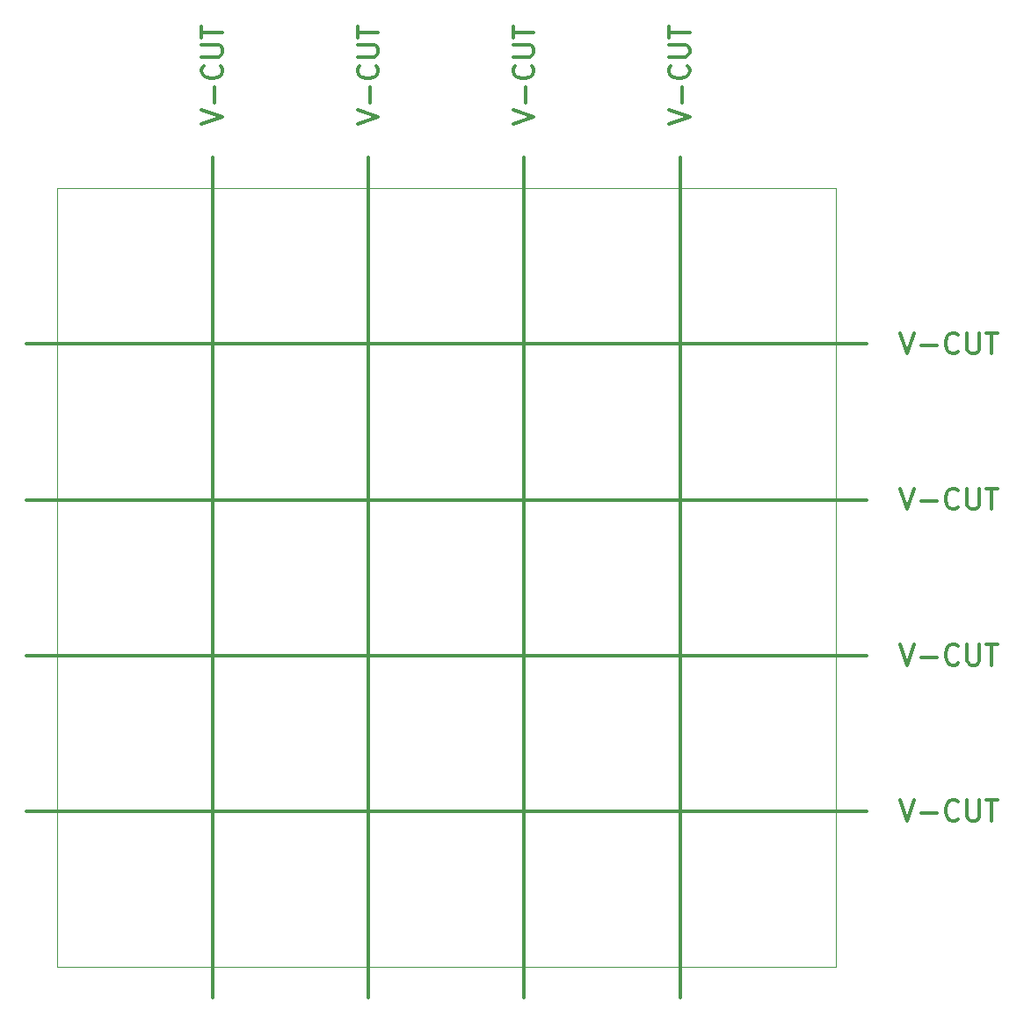
<source format=gbr>
%TF.GenerationSoftware,KiCad,Pcbnew,7.0.1*%
%TF.CreationDate,2025-01-26T23:07:24-05:00*%
%TF.ProjectId,TrackNodeAccel-panel,54726163-6b4e-46f6-9465-416363656c2d,rev?*%
%TF.SameCoordinates,Original*%
%TF.FileFunction,Profile,NP*%
%FSLAX46Y46*%
G04 Gerber Fmt 4.6, Leading zero omitted, Abs format (unit mm)*
G04 Created by KiCad (PCBNEW 7.0.1) date 2025-01-26 23:07:24*
%MOMM*%
%LPD*%
G01*
G04 APERTURE LIST*
%TA.AperFunction,Profile*%
%ADD10C,0.300000*%
%TD*%
%TA.AperFunction,Profile*%
%ADD11C,0.100000*%
%TD*%
%ADD12C,0.300000*%
G04 APERTURE END LIST*
D10*
X141000000Y-17000000D02*
X141000000Y-98000000D01*
D11*
X185987727Y-20000000D02*
X111012272Y-20000000D01*
D10*
X156000000Y-17000000D02*
X156000000Y-98000000D01*
D11*
X111000270Y-20001245D02*
X111000000Y-20012247D01*
X111012272Y-95000000D02*
X185987727Y-95000000D01*
D10*
X108000000Y-35000000D02*
X189000000Y-35000000D01*
X108000000Y-80000000D02*
X189000000Y-80000000D01*
D11*
X185999999Y-20012247D02*
X185999729Y-20001245D01*
X185999729Y-94998754D02*
X185999999Y-94987752D01*
X186000000Y-94987727D02*
X186000000Y-20012272D01*
X111000000Y-94987752D02*
X111000270Y-94998754D01*
X185987752Y-94999999D02*
X185998754Y-94999729D01*
D10*
X108000000Y-65000000D02*
X189000000Y-65000000D01*
D11*
X111000000Y-20012272D02*
X111000000Y-94987727D01*
D10*
X171000000Y-17000000D02*
X171000000Y-98000000D01*
D11*
X111012247Y-20000000D02*
X111001245Y-20000270D01*
X185998754Y-20000270D02*
X185987752Y-20000000D01*
X111001245Y-94999729D02*
X111012247Y-94999999D01*
D10*
X108000000Y-50000000D02*
X189000000Y-50000000D01*
X126000000Y-17000000D02*
X126000000Y-98000000D01*
D12*
X124925238Y-13809523D02*
X126925238Y-13142857D01*
X126925238Y-13142857D02*
X124925238Y-12476190D01*
X126163333Y-11809523D02*
X126163333Y-10285714D01*
X126734761Y-8190476D02*
X126830000Y-8285714D01*
X126830000Y-8285714D02*
X126925238Y-8571428D01*
X126925238Y-8571428D02*
X126925238Y-8761904D01*
X126925238Y-8761904D02*
X126830000Y-9047619D01*
X126830000Y-9047619D02*
X126639523Y-9238095D01*
X126639523Y-9238095D02*
X126449047Y-9333333D01*
X126449047Y-9333333D02*
X126068095Y-9428571D01*
X126068095Y-9428571D02*
X125782380Y-9428571D01*
X125782380Y-9428571D02*
X125401428Y-9333333D01*
X125401428Y-9333333D02*
X125210952Y-9238095D01*
X125210952Y-9238095D02*
X125020476Y-9047619D01*
X125020476Y-9047619D02*
X124925238Y-8761904D01*
X124925238Y-8761904D02*
X124925238Y-8571428D01*
X124925238Y-8571428D02*
X125020476Y-8285714D01*
X125020476Y-8285714D02*
X125115714Y-8190476D01*
X124925238Y-7333333D02*
X126544285Y-7333333D01*
X126544285Y-7333333D02*
X126734761Y-7238095D01*
X126734761Y-7238095D02*
X126830000Y-7142857D01*
X126830000Y-7142857D02*
X126925238Y-6952381D01*
X126925238Y-6952381D02*
X126925238Y-6571428D01*
X126925238Y-6571428D02*
X126830000Y-6380952D01*
X126830000Y-6380952D02*
X126734761Y-6285714D01*
X126734761Y-6285714D02*
X126544285Y-6190476D01*
X126544285Y-6190476D02*
X124925238Y-6190476D01*
X124925238Y-5523809D02*
X124925238Y-4380952D01*
X126925238Y-4952381D02*
X124925238Y-4952381D01*
X154925238Y-13809523D02*
X156925238Y-13142857D01*
X156925238Y-13142857D02*
X154925238Y-12476190D01*
X156163333Y-11809523D02*
X156163333Y-10285714D01*
X156734761Y-8190476D02*
X156830000Y-8285714D01*
X156830000Y-8285714D02*
X156925238Y-8571428D01*
X156925238Y-8571428D02*
X156925238Y-8761904D01*
X156925238Y-8761904D02*
X156830000Y-9047619D01*
X156830000Y-9047619D02*
X156639523Y-9238095D01*
X156639523Y-9238095D02*
X156449047Y-9333333D01*
X156449047Y-9333333D02*
X156068095Y-9428571D01*
X156068095Y-9428571D02*
X155782380Y-9428571D01*
X155782380Y-9428571D02*
X155401428Y-9333333D01*
X155401428Y-9333333D02*
X155210952Y-9238095D01*
X155210952Y-9238095D02*
X155020476Y-9047619D01*
X155020476Y-9047619D02*
X154925238Y-8761904D01*
X154925238Y-8761904D02*
X154925238Y-8571428D01*
X154925238Y-8571428D02*
X155020476Y-8285714D01*
X155020476Y-8285714D02*
X155115714Y-8190476D01*
X154925238Y-7333333D02*
X156544285Y-7333333D01*
X156544285Y-7333333D02*
X156734761Y-7238095D01*
X156734761Y-7238095D02*
X156830000Y-7142857D01*
X156830000Y-7142857D02*
X156925238Y-6952381D01*
X156925238Y-6952381D02*
X156925238Y-6571428D01*
X156925238Y-6571428D02*
X156830000Y-6380952D01*
X156830000Y-6380952D02*
X156734761Y-6285714D01*
X156734761Y-6285714D02*
X156544285Y-6190476D01*
X156544285Y-6190476D02*
X154925238Y-6190476D01*
X154925238Y-5523809D02*
X154925238Y-4380952D01*
X156925238Y-4952381D02*
X154925238Y-4952381D01*
X192190476Y-48925238D02*
X192857142Y-50925238D01*
X192857142Y-50925238D02*
X193523809Y-48925238D01*
X194190476Y-50163333D02*
X195714286Y-50163333D01*
X197809523Y-50734761D02*
X197714285Y-50830000D01*
X197714285Y-50830000D02*
X197428571Y-50925238D01*
X197428571Y-50925238D02*
X197238095Y-50925238D01*
X197238095Y-50925238D02*
X196952380Y-50830000D01*
X196952380Y-50830000D02*
X196761904Y-50639523D01*
X196761904Y-50639523D02*
X196666666Y-50449047D01*
X196666666Y-50449047D02*
X196571428Y-50068095D01*
X196571428Y-50068095D02*
X196571428Y-49782380D01*
X196571428Y-49782380D02*
X196666666Y-49401428D01*
X196666666Y-49401428D02*
X196761904Y-49210952D01*
X196761904Y-49210952D02*
X196952380Y-49020476D01*
X196952380Y-49020476D02*
X197238095Y-48925238D01*
X197238095Y-48925238D02*
X197428571Y-48925238D01*
X197428571Y-48925238D02*
X197714285Y-49020476D01*
X197714285Y-49020476D02*
X197809523Y-49115714D01*
X198666666Y-48925238D02*
X198666666Y-50544285D01*
X198666666Y-50544285D02*
X198761904Y-50734761D01*
X198761904Y-50734761D02*
X198857142Y-50830000D01*
X198857142Y-50830000D02*
X199047618Y-50925238D01*
X199047618Y-50925238D02*
X199428571Y-50925238D01*
X199428571Y-50925238D02*
X199619047Y-50830000D01*
X199619047Y-50830000D02*
X199714285Y-50734761D01*
X199714285Y-50734761D02*
X199809523Y-50544285D01*
X199809523Y-50544285D02*
X199809523Y-48925238D01*
X200476190Y-48925238D02*
X201619047Y-48925238D01*
X201047618Y-50925238D02*
X201047618Y-48925238D01*
X192190476Y-63925238D02*
X192857142Y-65925238D01*
X192857142Y-65925238D02*
X193523809Y-63925238D01*
X194190476Y-65163333D02*
X195714286Y-65163333D01*
X197809523Y-65734761D02*
X197714285Y-65830000D01*
X197714285Y-65830000D02*
X197428571Y-65925238D01*
X197428571Y-65925238D02*
X197238095Y-65925238D01*
X197238095Y-65925238D02*
X196952380Y-65830000D01*
X196952380Y-65830000D02*
X196761904Y-65639523D01*
X196761904Y-65639523D02*
X196666666Y-65449047D01*
X196666666Y-65449047D02*
X196571428Y-65068095D01*
X196571428Y-65068095D02*
X196571428Y-64782380D01*
X196571428Y-64782380D02*
X196666666Y-64401428D01*
X196666666Y-64401428D02*
X196761904Y-64210952D01*
X196761904Y-64210952D02*
X196952380Y-64020476D01*
X196952380Y-64020476D02*
X197238095Y-63925238D01*
X197238095Y-63925238D02*
X197428571Y-63925238D01*
X197428571Y-63925238D02*
X197714285Y-64020476D01*
X197714285Y-64020476D02*
X197809523Y-64115714D01*
X198666666Y-63925238D02*
X198666666Y-65544285D01*
X198666666Y-65544285D02*
X198761904Y-65734761D01*
X198761904Y-65734761D02*
X198857142Y-65830000D01*
X198857142Y-65830000D02*
X199047618Y-65925238D01*
X199047618Y-65925238D02*
X199428571Y-65925238D01*
X199428571Y-65925238D02*
X199619047Y-65830000D01*
X199619047Y-65830000D02*
X199714285Y-65734761D01*
X199714285Y-65734761D02*
X199809523Y-65544285D01*
X199809523Y-65544285D02*
X199809523Y-63925238D01*
X200476190Y-63925238D02*
X201619047Y-63925238D01*
X201047618Y-65925238D02*
X201047618Y-63925238D01*
X169925238Y-13809523D02*
X171925238Y-13142857D01*
X171925238Y-13142857D02*
X169925238Y-12476190D01*
X171163333Y-11809523D02*
X171163333Y-10285714D01*
X171734761Y-8190476D02*
X171830000Y-8285714D01*
X171830000Y-8285714D02*
X171925238Y-8571428D01*
X171925238Y-8571428D02*
X171925238Y-8761904D01*
X171925238Y-8761904D02*
X171830000Y-9047619D01*
X171830000Y-9047619D02*
X171639523Y-9238095D01*
X171639523Y-9238095D02*
X171449047Y-9333333D01*
X171449047Y-9333333D02*
X171068095Y-9428571D01*
X171068095Y-9428571D02*
X170782380Y-9428571D01*
X170782380Y-9428571D02*
X170401428Y-9333333D01*
X170401428Y-9333333D02*
X170210952Y-9238095D01*
X170210952Y-9238095D02*
X170020476Y-9047619D01*
X170020476Y-9047619D02*
X169925238Y-8761904D01*
X169925238Y-8761904D02*
X169925238Y-8571428D01*
X169925238Y-8571428D02*
X170020476Y-8285714D01*
X170020476Y-8285714D02*
X170115714Y-8190476D01*
X169925238Y-7333333D02*
X171544285Y-7333333D01*
X171544285Y-7333333D02*
X171734761Y-7238095D01*
X171734761Y-7238095D02*
X171830000Y-7142857D01*
X171830000Y-7142857D02*
X171925238Y-6952381D01*
X171925238Y-6952381D02*
X171925238Y-6571428D01*
X171925238Y-6571428D02*
X171830000Y-6380952D01*
X171830000Y-6380952D02*
X171734761Y-6285714D01*
X171734761Y-6285714D02*
X171544285Y-6190476D01*
X171544285Y-6190476D02*
X169925238Y-6190476D01*
X169925238Y-5523809D02*
X169925238Y-4380952D01*
X171925238Y-4952381D02*
X169925238Y-4952381D01*
X139925238Y-13809523D02*
X141925238Y-13142857D01*
X141925238Y-13142857D02*
X139925238Y-12476190D01*
X141163333Y-11809523D02*
X141163333Y-10285714D01*
X141734761Y-8190476D02*
X141830000Y-8285714D01*
X141830000Y-8285714D02*
X141925238Y-8571428D01*
X141925238Y-8571428D02*
X141925238Y-8761904D01*
X141925238Y-8761904D02*
X141830000Y-9047619D01*
X141830000Y-9047619D02*
X141639523Y-9238095D01*
X141639523Y-9238095D02*
X141449047Y-9333333D01*
X141449047Y-9333333D02*
X141068095Y-9428571D01*
X141068095Y-9428571D02*
X140782380Y-9428571D01*
X140782380Y-9428571D02*
X140401428Y-9333333D01*
X140401428Y-9333333D02*
X140210952Y-9238095D01*
X140210952Y-9238095D02*
X140020476Y-9047619D01*
X140020476Y-9047619D02*
X139925238Y-8761904D01*
X139925238Y-8761904D02*
X139925238Y-8571428D01*
X139925238Y-8571428D02*
X140020476Y-8285714D01*
X140020476Y-8285714D02*
X140115714Y-8190476D01*
X139925238Y-7333333D02*
X141544285Y-7333333D01*
X141544285Y-7333333D02*
X141734761Y-7238095D01*
X141734761Y-7238095D02*
X141830000Y-7142857D01*
X141830000Y-7142857D02*
X141925238Y-6952381D01*
X141925238Y-6952381D02*
X141925238Y-6571428D01*
X141925238Y-6571428D02*
X141830000Y-6380952D01*
X141830000Y-6380952D02*
X141734761Y-6285714D01*
X141734761Y-6285714D02*
X141544285Y-6190476D01*
X141544285Y-6190476D02*
X139925238Y-6190476D01*
X139925238Y-5523809D02*
X139925238Y-4380952D01*
X141925238Y-4952381D02*
X139925238Y-4952381D01*
X192190476Y-33925238D02*
X192857142Y-35925238D01*
X192857142Y-35925238D02*
X193523809Y-33925238D01*
X194190476Y-35163333D02*
X195714286Y-35163333D01*
X197809523Y-35734761D02*
X197714285Y-35830000D01*
X197714285Y-35830000D02*
X197428571Y-35925238D01*
X197428571Y-35925238D02*
X197238095Y-35925238D01*
X197238095Y-35925238D02*
X196952380Y-35830000D01*
X196952380Y-35830000D02*
X196761904Y-35639523D01*
X196761904Y-35639523D02*
X196666666Y-35449047D01*
X196666666Y-35449047D02*
X196571428Y-35068095D01*
X196571428Y-35068095D02*
X196571428Y-34782380D01*
X196571428Y-34782380D02*
X196666666Y-34401428D01*
X196666666Y-34401428D02*
X196761904Y-34210952D01*
X196761904Y-34210952D02*
X196952380Y-34020476D01*
X196952380Y-34020476D02*
X197238095Y-33925238D01*
X197238095Y-33925238D02*
X197428571Y-33925238D01*
X197428571Y-33925238D02*
X197714285Y-34020476D01*
X197714285Y-34020476D02*
X197809523Y-34115714D01*
X198666666Y-33925238D02*
X198666666Y-35544285D01*
X198666666Y-35544285D02*
X198761904Y-35734761D01*
X198761904Y-35734761D02*
X198857142Y-35830000D01*
X198857142Y-35830000D02*
X199047618Y-35925238D01*
X199047618Y-35925238D02*
X199428571Y-35925238D01*
X199428571Y-35925238D02*
X199619047Y-35830000D01*
X199619047Y-35830000D02*
X199714285Y-35734761D01*
X199714285Y-35734761D02*
X199809523Y-35544285D01*
X199809523Y-35544285D02*
X199809523Y-33925238D01*
X200476190Y-33925238D02*
X201619047Y-33925238D01*
X201047618Y-35925238D02*
X201047618Y-33925238D01*
X192190476Y-78925238D02*
X192857142Y-80925238D01*
X192857142Y-80925238D02*
X193523809Y-78925238D01*
X194190476Y-80163333D02*
X195714286Y-80163333D01*
X197809523Y-80734761D02*
X197714285Y-80830000D01*
X197714285Y-80830000D02*
X197428571Y-80925238D01*
X197428571Y-80925238D02*
X197238095Y-80925238D01*
X197238095Y-80925238D02*
X196952380Y-80830000D01*
X196952380Y-80830000D02*
X196761904Y-80639523D01*
X196761904Y-80639523D02*
X196666666Y-80449047D01*
X196666666Y-80449047D02*
X196571428Y-80068095D01*
X196571428Y-80068095D02*
X196571428Y-79782380D01*
X196571428Y-79782380D02*
X196666666Y-79401428D01*
X196666666Y-79401428D02*
X196761904Y-79210952D01*
X196761904Y-79210952D02*
X196952380Y-79020476D01*
X196952380Y-79020476D02*
X197238095Y-78925238D01*
X197238095Y-78925238D02*
X197428571Y-78925238D01*
X197428571Y-78925238D02*
X197714285Y-79020476D01*
X197714285Y-79020476D02*
X197809523Y-79115714D01*
X198666666Y-78925238D02*
X198666666Y-80544285D01*
X198666666Y-80544285D02*
X198761904Y-80734761D01*
X198761904Y-80734761D02*
X198857142Y-80830000D01*
X198857142Y-80830000D02*
X199047618Y-80925238D01*
X199047618Y-80925238D02*
X199428571Y-80925238D01*
X199428571Y-80925238D02*
X199619047Y-80830000D01*
X199619047Y-80830000D02*
X199714285Y-80734761D01*
X199714285Y-80734761D02*
X199809523Y-80544285D01*
X199809523Y-80544285D02*
X199809523Y-78925238D01*
X200476190Y-78925238D02*
X201619047Y-78925238D01*
X201047618Y-80925238D02*
X201047618Y-78925238D01*
M02*

</source>
